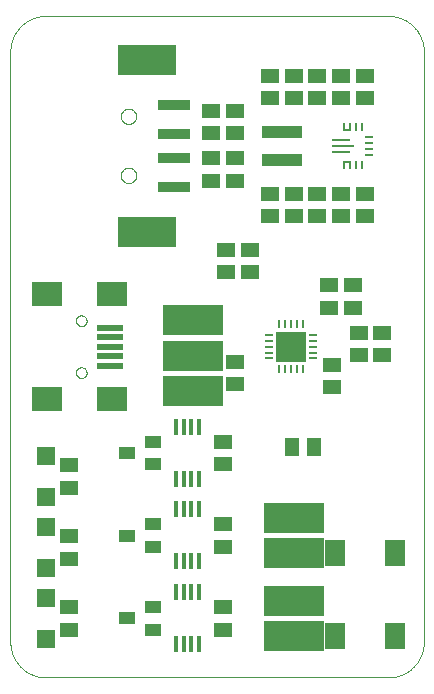
<source format=gtp>
G04 EAGLE Gerber RS-274X export*
G75*
%MOMM*%
%FSLAX35Y35*%
%LPD*%
%INsolder_paste_top*%
%IPPOS*%
%AMOC8*
5,1,8,0,0,1.08239X$1,22.5*%
G01*
%ADD10C,0.010000*%
%ADD11R,1.500000X1.300000*%
%ADD12R,1.300000X1.500000*%
%ADD13R,1.800000X2.200000*%
%ADD14R,0.450000X1.450000*%
%ADD15R,0.800000X0.275000*%
%ADD16R,0.275000X0.800000*%
%ADD17R,2.500000X2.500000*%
%ADD18R,0.800000X0.250000*%
%ADD19R,0.250000X0.800000*%
%ADD20R,1.900000X0.250000*%
%ADD21R,1.550000X0.250000*%
%ADD22R,0.600000X0.250000*%
%ADD23R,3.400000X1.000000*%
%ADD24R,1.500000X1.500000*%
%ADD25R,5.080000X2.540000*%
%ADD26R,1.400000X1.000000*%
%ADD27R,2.250000X0.500000*%
%ADD28R,2.500000X2.000000*%
%ADD29C,0.000000*%
%ADD30R,2.800000X0.900000*%
%ADD31R,5.000000X2.500000*%


D10*
X-2300000Y17800000D02*
X-2300000Y12800000D01*
X-2300088Y12792751D01*
X-2300350Y12785506D01*
X-2300788Y12778270D01*
X-2301401Y12771046D01*
X-2302187Y12763839D01*
X-2303148Y12756653D01*
X-2304282Y12749493D01*
X-2305589Y12742362D01*
X-2307068Y12735265D01*
X-2308717Y12728205D01*
X-2310537Y12721188D01*
X-2312526Y12714216D01*
X-2314683Y12707295D01*
X-2317006Y12700428D01*
X-2319495Y12693619D01*
X-2322148Y12686872D01*
X-2324962Y12680191D01*
X-2327938Y12673580D01*
X-2331072Y12667043D01*
X-2334363Y12660583D01*
X-2337810Y12654205D01*
X-2341409Y12647912D01*
X-2345160Y12641708D01*
X-2349059Y12635596D01*
X-2353105Y12629581D01*
X-2357295Y12623664D01*
X-2361627Y12617851D01*
X-2366098Y12612144D01*
X-2370705Y12606547D01*
X-2375447Y12601063D01*
X-2380319Y12595695D01*
X-2385320Y12590447D01*
X-2390447Y12585320D01*
X-2395695Y12580319D01*
X-2401063Y12575447D01*
X-2406547Y12570705D01*
X-2412144Y12566098D01*
X-2417851Y12561627D01*
X-2423664Y12557295D01*
X-2429581Y12553105D01*
X-2435596Y12549059D01*
X-2441708Y12545160D01*
X-2447912Y12541409D01*
X-2454205Y12537810D01*
X-2460583Y12534363D01*
X-2467043Y12531072D01*
X-2473580Y12527938D01*
X-2480191Y12524962D01*
X-2486872Y12522148D01*
X-2493619Y12519495D01*
X-2500428Y12517006D01*
X-2507295Y12514683D01*
X-2514216Y12512526D01*
X-2521188Y12510537D01*
X-2528205Y12508717D01*
X-2535265Y12507068D01*
X-2542362Y12505589D01*
X-2549493Y12504282D01*
X-2556653Y12503148D01*
X-2563839Y12502187D01*
X-2571046Y12501401D01*
X-2578270Y12500788D01*
X-2585506Y12500350D01*
X-2592751Y12500088D01*
X-2600000Y12500000D01*
X-5500000Y12500000D01*
X-5507249Y12500088D01*
X-5514494Y12500350D01*
X-5521730Y12500788D01*
X-5528954Y12501401D01*
X-5536161Y12502187D01*
X-5543347Y12503148D01*
X-5550507Y12504282D01*
X-5557638Y12505589D01*
X-5564735Y12507068D01*
X-5571795Y12508717D01*
X-5578812Y12510537D01*
X-5585784Y12512526D01*
X-5592705Y12514683D01*
X-5599572Y12517006D01*
X-5606381Y12519495D01*
X-5613128Y12522148D01*
X-5619809Y12524962D01*
X-5626420Y12527938D01*
X-5632957Y12531072D01*
X-5639417Y12534363D01*
X-5645795Y12537810D01*
X-5652088Y12541409D01*
X-5658292Y12545160D01*
X-5664404Y12549059D01*
X-5670419Y12553105D01*
X-5676336Y12557295D01*
X-5682149Y12561627D01*
X-5687856Y12566098D01*
X-5693453Y12570705D01*
X-5698937Y12575447D01*
X-5704305Y12580319D01*
X-5709553Y12585320D01*
X-5714680Y12590447D01*
X-5719681Y12595695D01*
X-5724553Y12601063D01*
X-5729295Y12606547D01*
X-5733902Y12612144D01*
X-5738373Y12617851D01*
X-5742705Y12623664D01*
X-5746895Y12629581D01*
X-5750941Y12635596D01*
X-5754840Y12641708D01*
X-5758591Y12647912D01*
X-5762190Y12654205D01*
X-5765637Y12660583D01*
X-5768928Y12667043D01*
X-5772062Y12673580D01*
X-5775038Y12680191D01*
X-5777852Y12686872D01*
X-5780505Y12693619D01*
X-5782994Y12700428D01*
X-5785317Y12707295D01*
X-5787474Y12714216D01*
X-5789463Y12721188D01*
X-5791283Y12728205D01*
X-5792932Y12735265D01*
X-5794411Y12742362D01*
X-5795718Y12749493D01*
X-5796852Y12756653D01*
X-5797813Y12763839D01*
X-5798599Y12771046D01*
X-5799212Y12778270D01*
X-5799650Y12785506D01*
X-5799912Y12792751D01*
X-5800000Y12800000D01*
X-5800000Y17800000D01*
X-5799912Y17807249D01*
X-5799650Y17814494D01*
X-5799212Y17821730D01*
X-5798599Y17828954D01*
X-5797813Y17836161D01*
X-5796852Y17843347D01*
X-5795718Y17850507D01*
X-5794411Y17857638D01*
X-5792932Y17864735D01*
X-5791283Y17871795D01*
X-5789463Y17878812D01*
X-5787474Y17885784D01*
X-5785317Y17892705D01*
X-5782994Y17899572D01*
X-5780505Y17906381D01*
X-5777852Y17913128D01*
X-5775038Y17919809D01*
X-5772062Y17926420D01*
X-5768928Y17932957D01*
X-5765637Y17939417D01*
X-5762190Y17945795D01*
X-5758591Y17952088D01*
X-5754840Y17958292D01*
X-5750941Y17964404D01*
X-5746895Y17970419D01*
X-5742705Y17976336D01*
X-5738373Y17982149D01*
X-5733902Y17987856D01*
X-5729295Y17993453D01*
X-5724553Y17998937D01*
X-5719681Y18004305D01*
X-5714680Y18009553D01*
X-5709553Y18014680D01*
X-5704305Y18019681D01*
X-5698937Y18024553D01*
X-5693453Y18029295D01*
X-5687856Y18033902D01*
X-5682149Y18038373D01*
X-5676336Y18042705D01*
X-5670419Y18046895D01*
X-5664404Y18050941D01*
X-5658292Y18054840D01*
X-5652088Y18058591D01*
X-5645795Y18062190D01*
X-5639417Y18065637D01*
X-5632957Y18068928D01*
X-5626420Y18072062D01*
X-5619809Y18075038D01*
X-5613128Y18077852D01*
X-5606381Y18080505D01*
X-5599572Y18082994D01*
X-5592705Y18085317D01*
X-5585784Y18087474D01*
X-5578812Y18089463D01*
X-5571795Y18091283D01*
X-5564735Y18092932D01*
X-5557638Y18094411D01*
X-5550507Y18095718D01*
X-5543347Y18096852D01*
X-5536161Y18097813D01*
X-5528954Y18098599D01*
X-5521730Y18099212D01*
X-5514494Y18099650D01*
X-5507249Y18099912D01*
X-5500000Y18100000D01*
X-2600000Y18100000D01*
X-2592751Y18099912D01*
X-2585506Y18099650D01*
X-2578270Y18099212D01*
X-2571046Y18098599D01*
X-2563839Y18097813D01*
X-2556653Y18096852D01*
X-2549493Y18095718D01*
X-2542362Y18094411D01*
X-2535265Y18092932D01*
X-2528205Y18091283D01*
X-2521188Y18089463D01*
X-2514216Y18087474D01*
X-2507295Y18085317D01*
X-2500428Y18082994D01*
X-2493619Y18080505D01*
X-2486872Y18077852D01*
X-2480191Y18075038D01*
X-2473580Y18072062D01*
X-2467043Y18068928D01*
X-2460583Y18065637D01*
X-2454205Y18062190D01*
X-2447912Y18058591D01*
X-2441708Y18054840D01*
X-2435596Y18050941D01*
X-2429581Y18046895D01*
X-2423664Y18042705D01*
X-2417851Y18038373D01*
X-2412144Y18033902D01*
X-2406547Y18029295D01*
X-2401063Y18024553D01*
X-2395695Y18019681D01*
X-2390447Y18014680D01*
X-2385320Y18009553D01*
X-2380319Y18004305D01*
X-2375447Y17998937D01*
X-2370705Y17993453D01*
X-2366098Y17987856D01*
X-2361627Y17982149D01*
X-2357295Y17976336D01*
X-2353105Y17970419D01*
X-2349059Y17964404D01*
X-2345160Y17958292D01*
X-2341409Y17952088D01*
X-2337810Y17945795D01*
X-2334363Y17939417D01*
X-2331072Y17932957D01*
X-2327938Y17926420D01*
X-2324962Y17919809D01*
X-2322148Y17913128D01*
X-2319495Y17906381D01*
X-2317006Y17899572D01*
X-2314683Y17892705D01*
X-2312526Y17885784D01*
X-2310537Y17878812D01*
X-2308717Y17871795D01*
X-2307068Y17864735D01*
X-2305589Y17857638D01*
X-2304282Y17850507D01*
X-2303148Y17843347D01*
X-2302187Y17836161D01*
X-2301401Y17828954D01*
X-2300788Y17821730D01*
X-2300350Y17814494D01*
X-2300088Y17807249D01*
X-2300000Y17800000D01*
D11*
X-4000000Y14495000D03*
X-4000000Y14305000D03*
X-4000000Y13795000D03*
X-4000000Y13605000D03*
X-4000000Y13095000D03*
X-4000000Y12905000D03*
X-3900000Y15170000D03*
X-3900000Y14980000D03*
X-3075000Y15145000D03*
X-3075000Y14955000D03*
D12*
X-3420000Y14450000D03*
X-3230000Y14450000D03*
D11*
X-3200000Y16405000D03*
X-3200000Y16595000D03*
X-3400000Y16405000D03*
X-3400000Y16595000D03*
X-3600000Y16405000D03*
X-3600000Y16595000D03*
X-2800000Y16405000D03*
X-2800000Y16595000D03*
X-3600000Y17595000D03*
X-3600000Y17405000D03*
X-3400000Y17595000D03*
X-3400000Y17405000D03*
X-3200000Y17595000D03*
X-3200000Y17405000D03*
X-3000000Y17595000D03*
X-3000000Y17405000D03*
D13*
X-3055000Y12850000D03*
X-2545000Y12850000D03*
D14*
X-4203000Y14623000D03*
X-4268000Y14623000D03*
X-4333000Y14623000D03*
X-4398000Y14623000D03*
X-4203000Y14183000D03*
X-4268000Y14183000D03*
X-4333000Y14183000D03*
X-4398000Y14183000D03*
X-4203000Y13923000D03*
X-4268000Y13923000D03*
X-4333000Y13923000D03*
X-4398000Y13923000D03*
X-4203000Y13483000D03*
X-4268000Y13483000D03*
X-4333000Y13483000D03*
X-4398000Y13483000D03*
X-4203000Y13223000D03*
X-4268000Y13223000D03*
X-4333000Y13223000D03*
X-4398000Y13223000D03*
X-4203000Y12783000D03*
X-4268000Y12783000D03*
X-4333000Y12783000D03*
X-4398000Y12783000D03*
D15*
X-3237040Y15200940D03*
X-3237040Y15249200D03*
X-3237040Y15300000D03*
X-3237040Y15350800D03*
X-3237040Y15399060D03*
D16*
X-3325940Y15487960D03*
X-3374200Y15487960D03*
X-3425000Y15487960D03*
X-3475800Y15487960D03*
X-3524060Y15487960D03*
D15*
X-3612960Y15399060D03*
X-3612960Y15350800D03*
X-3612960Y15300000D03*
X-3612960Y15249200D03*
X-3612960Y15200940D03*
D16*
X-3524060Y15112040D03*
X-3475800Y15112040D03*
X-3425000Y15112040D03*
X-3374200Y15112040D03*
X-3325940Y15112040D03*
D17*
X-3425000Y15300000D03*
D18*
X-2765000Y17025000D03*
X-2765000Y17075000D03*
X-2765000Y16925000D03*
X-2765000Y16975000D03*
D19*
X-2825000Y16840000D03*
X-2875000Y16840000D03*
X-2925000Y16840000D03*
X-2975000Y16840000D03*
X-2825000Y17160000D03*
X-2875000Y17160000D03*
X-2925000Y17160000D03*
X-2975000Y17160000D03*
D20*
X-2981500Y17000000D03*
D21*
X-2999000Y16950000D03*
D22*
X-2950000Y16867500D03*
D21*
X-2999000Y17050000D03*
D22*
X-2950500Y17132500D03*
D23*
X-3500000Y16881500D03*
X-3500000Y17118500D03*
D24*
X-5500000Y13175000D03*
X-5500000Y12825000D03*
X-5500000Y13775000D03*
X-5500000Y13425000D03*
X-5500000Y14375000D03*
X-5500000Y14025000D03*
D25*
X-3400000Y13550000D03*
X-3400000Y13850000D03*
X-3400000Y12850000D03*
X-3400000Y13150000D03*
X-4250000Y15525000D03*
X-4250000Y15225000D03*
X-4250000Y14925000D03*
D26*
X-4810000Y14400000D03*
X-4590000Y14495000D03*
X-4590000Y14305000D03*
X-4810000Y13700000D03*
X-4590000Y13795000D03*
X-4590000Y13605000D03*
X-4810000Y13000000D03*
X-4590000Y13095000D03*
X-4590000Y12905000D03*
D11*
X-4100000Y17105000D03*
X-4100000Y17295000D03*
X-3900000Y17295000D03*
X-3900000Y17105000D03*
X-3900000Y16895000D03*
X-3900000Y16705000D03*
X-4100000Y16705000D03*
X-4100000Y16895000D03*
X-5300000Y13095000D03*
X-5300000Y12905000D03*
X-5300000Y13695000D03*
X-5300000Y13505000D03*
X-5300000Y14295000D03*
X-5300000Y14105000D03*
X-2850000Y15230000D03*
X-2850000Y15420000D03*
X-2650000Y15420000D03*
X-2650000Y15230000D03*
X-3100000Y15630000D03*
X-3100000Y15820000D03*
X-3975000Y15930000D03*
X-3975000Y16120000D03*
X-3775000Y15930000D03*
X-3775000Y16120000D03*
X-2900000Y15820000D03*
X-2900000Y15630000D03*
X-3000000Y16405000D03*
X-3000000Y16595000D03*
X-2800000Y17595000D03*
X-2800000Y17405000D03*
D27*
X-4954000Y15460000D03*
X-4954000Y15380000D03*
X-4954000Y15300000D03*
X-4954000Y15220000D03*
X-4954000Y15140000D03*
D28*
X-5487000Y14855000D03*
X-5487000Y15745000D03*
X-4942000Y14855000D03*
X-4942000Y15745000D03*
D29*
X-5245000Y15080000D02*
X-5244986Y15081104D01*
X-5244946Y15082208D01*
X-5244878Y15083310D01*
X-5244783Y15084411D01*
X-5244662Y15085508D01*
X-5244513Y15086603D01*
X-5244337Y15087693D01*
X-5244135Y15088779D01*
X-5243907Y15089860D01*
X-5243651Y15090934D01*
X-5243370Y15092002D01*
X-5243062Y15093063D01*
X-5242729Y15094116D01*
X-5242369Y15095160D01*
X-5241985Y15096195D01*
X-5241575Y15097221D01*
X-5241139Y15098236D01*
X-5240680Y15099240D01*
X-5240195Y15100233D01*
X-5239686Y15101213D01*
X-5239154Y15102180D01*
X-5238598Y15103135D01*
X-5238018Y15104075D01*
X-5237416Y15105001D01*
X-5236791Y15105911D01*
X-5236144Y15106806D01*
X-5235476Y15107685D01*
X-5234785Y15108548D01*
X-5234074Y15109393D01*
X-5233343Y15110220D01*
X-5232591Y15111029D01*
X-5231820Y15111820D01*
X-5231029Y15112591D01*
X-5230220Y15113343D01*
X-5229393Y15114074D01*
X-5228548Y15114785D01*
X-5227685Y15115476D01*
X-5226806Y15116144D01*
X-5225911Y15116791D01*
X-5225001Y15117416D01*
X-5224075Y15118018D01*
X-5223135Y15118598D01*
X-5222180Y15119154D01*
X-5221213Y15119686D01*
X-5220233Y15120195D01*
X-5219240Y15120680D01*
X-5218236Y15121139D01*
X-5217221Y15121575D01*
X-5216195Y15121985D01*
X-5215160Y15122369D01*
X-5214116Y15122729D01*
X-5213063Y15123062D01*
X-5212002Y15123370D01*
X-5210934Y15123651D01*
X-5209860Y15123907D01*
X-5208779Y15124135D01*
X-5207693Y15124337D01*
X-5206603Y15124513D01*
X-5205508Y15124662D01*
X-5204411Y15124783D01*
X-5203310Y15124878D01*
X-5202208Y15124946D01*
X-5201104Y15124986D01*
X-5200000Y15125000D01*
X-5198896Y15124986D01*
X-5197792Y15124946D01*
X-5196690Y15124878D01*
X-5195589Y15124783D01*
X-5194492Y15124662D01*
X-5193397Y15124513D01*
X-5192307Y15124337D01*
X-5191221Y15124135D01*
X-5190140Y15123907D01*
X-5189066Y15123651D01*
X-5187998Y15123370D01*
X-5186937Y15123062D01*
X-5185884Y15122729D01*
X-5184840Y15122369D01*
X-5183805Y15121985D01*
X-5182779Y15121575D01*
X-5181764Y15121139D01*
X-5180760Y15120680D01*
X-5179767Y15120195D01*
X-5178787Y15119686D01*
X-5177820Y15119154D01*
X-5176865Y15118598D01*
X-5175925Y15118018D01*
X-5174999Y15117416D01*
X-5174089Y15116791D01*
X-5173194Y15116144D01*
X-5172315Y15115476D01*
X-5171452Y15114785D01*
X-5170607Y15114074D01*
X-5169780Y15113343D01*
X-5168971Y15112591D01*
X-5168180Y15111820D01*
X-5167409Y15111029D01*
X-5166657Y15110220D01*
X-5165926Y15109393D01*
X-5165215Y15108548D01*
X-5164524Y15107685D01*
X-5163856Y15106806D01*
X-5163209Y15105911D01*
X-5162584Y15105001D01*
X-5161982Y15104075D01*
X-5161402Y15103135D01*
X-5160846Y15102180D01*
X-5160314Y15101213D01*
X-5159805Y15100233D01*
X-5159320Y15099240D01*
X-5158861Y15098236D01*
X-5158425Y15097221D01*
X-5158015Y15096195D01*
X-5157631Y15095160D01*
X-5157271Y15094116D01*
X-5156938Y15093063D01*
X-5156630Y15092002D01*
X-5156349Y15090934D01*
X-5156093Y15089860D01*
X-5155865Y15088779D01*
X-5155663Y15087693D01*
X-5155487Y15086603D01*
X-5155338Y15085508D01*
X-5155217Y15084411D01*
X-5155122Y15083310D01*
X-5155054Y15082208D01*
X-5155014Y15081104D01*
X-5155000Y15080000D01*
X-5155014Y15078896D01*
X-5155054Y15077792D01*
X-5155122Y15076690D01*
X-5155217Y15075589D01*
X-5155338Y15074492D01*
X-5155487Y15073397D01*
X-5155663Y15072307D01*
X-5155865Y15071221D01*
X-5156093Y15070140D01*
X-5156349Y15069066D01*
X-5156630Y15067998D01*
X-5156938Y15066937D01*
X-5157271Y15065884D01*
X-5157631Y15064840D01*
X-5158015Y15063805D01*
X-5158425Y15062779D01*
X-5158861Y15061764D01*
X-5159320Y15060760D01*
X-5159805Y15059767D01*
X-5160314Y15058787D01*
X-5160846Y15057820D01*
X-5161402Y15056865D01*
X-5161982Y15055925D01*
X-5162584Y15054999D01*
X-5163209Y15054089D01*
X-5163856Y15053194D01*
X-5164524Y15052315D01*
X-5165215Y15051452D01*
X-5165926Y15050607D01*
X-5166657Y15049780D01*
X-5167409Y15048971D01*
X-5168180Y15048180D01*
X-5168971Y15047409D01*
X-5169780Y15046657D01*
X-5170607Y15045926D01*
X-5171452Y15045215D01*
X-5172315Y15044524D01*
X-5173194Y15043856D01*
X-5174089Y15043209D01*
X-5174999Y15042584D01*
X-5175925Y15041982D01*
X-5176865Y15041402D01*
X-5177820Y15040846D01*
X-5178787Y15040314D01*
X-5179767Y15039805D01*
X-5180760Y15039320D01*
X-5181764Y15038861D01*
X-5182779Y15038425D01*
X-5183805Y15038015D01*
X-5184840Y15037631D01*
X-5185884Y15037271D01*
X-5186937Y15036938D01*
X-5187998Y15036630D01*
X-5189066Y15036349D01*
X-5190140Y15036093D01*
X-5191221Y15035865D01*
X-5192307Y15035663D01*
X-5193397Y15035487D01*
X-5194492Y15035338D01*
X-5195589Y15035217D01*
X-5196690Y15035122D01*
X-5197792Y15035054D01*
X-5198896Y15035014D01*
X-5200000Y15035000D01*
X-5201104Y15035014D01*
X-5202208Y15035054D01*
X-5203310Y15035122D01*
X-5204411Y15035217D01*
X-5205508Y15035338D01*
X-5206603Y15035487D01*
X-5207693Y15035663D01*
X-5208779Y15035865D01*
X-5209860Y15036093D01*
X-5210934Y15036349D01*
X-5212002Y15036630D01*
X-5213063Y15036938D01*
X-5214116Y15037271D01*
X-5215160Y15037631D01*
X-5216195Y15038015D01*
X-5217221Y15038425D01*
X-5218236Y15038861D01*
X-5219240Y15039320D01*
X-5220233Y15039805D01*
X-5221213Y15040314D01*
X-5222180Y15040846D01*
X-5223135Y15041402D01*
X-5224075Y15041982D01*
X-5225001Y15042584D01*
X-5225911Y15043209D01*
X-5226806Y15043856D01*
X-5227685Y15044524D01*
X-5228548Y15045215D01*
X-5229393Y15045926D01*
X-5230220Y15046657D01*
X-5231029Y15047409D01*
X-5231820Y15048180D01*
X-5232591Y15048971D01*
X-5233343Y15049780D01*
X-5234074Y15050607D01*
X-5234785Y15051452D01*
X-5235476Y15052315D01*
X-5236144Y15053194D01*
X-5236791Y15054089D01*
X-5237416Y15054999D01*
X-5238018Y15055925D01*
X-5238598Y15056865D01*
X-5239154Y15057820D01*
X-5239686Y15058787D01*
X-5240195Y15059767D01*
X-5240680Y15060760D01*
X-5241139Y15061764D01*
X-5241575Y15062779D01*
X-5241985Y15063805D01*
X-5242369Y15064840D01*
X-5242729Y15065884D01*
X-5243062Y15066937D01*
X-5243370Y15067998D01*
X-5243651Y15069066D01*
X-5243907Y15070140D01*
X-5244135Y15071221D01*
X-5244337Y15072307D01*
X-5244513Y15073397D01*
X-5244662Y15074492D01*
X-5244783Y15075589D01*
X-5244878Y15076690D01*
X-5244946Y15077792D01*
X-5244986Y15078896D01*
X-5245000Y15080000D01*
X-5245000Y15520000D02*
X-5244986Y15521104D01*
X-5244946Y15522208D01*
X-5244878Y15523310D01*
X-5244783Y15524411D01*
X-5244662Y15525508D01*
X-5244513Y15526603D01*
X-5244337Y15527693D01*
X-5244135Y15528779D01*
X-5243907Y15529860D01*
X-5243651Y15530934D01*
X-5243370Y15532002D01*
X-5243062Y15533063D01*
X-5242729Y15534116D01*
X-5242369Y15535160D01*
X-5241985Y15536195D01*
X-5241575Y15537221D01*
X-5241139Y15538236D01*
X-5240680Y15539240D01*
X-5240195Y15540233D01*
X-5239686Y15541213D01*
X-5239154Y15542180D01*
X-5238598Y15543135D01*
X-5238018Y15544075D01*
X-5237416Y15545001D01*
X-5236791Y15545911D01*
X-5236144Y15546806D01*
X-5235476Y15547685D01*
X-5234785Y15548548D01*
X-5234074Y15549393D01*
X-5233343Y15550220D01*
X-5232591Y15551029D01*
X-5231820Y15551820D01*
X-5231029Y15552591D01*
X-5230220Y15553343D01*
X-5229393Y15554074D01*
X-5228548Y15554785D01*
X-5227685Y15555476D01*
X-5226806Y15556144D01*
X-5225911Y15556791D01*
X-5225001Y15557416D01*
X-5224075Y15558018D01*
X-5223135Y15558598D01*
X-5222180Y15559154D01*
X-5221213Y15559686D01*
X-5220233Y15560195D01*
X-5219240Y15560680D01*
X-5218236Y15561139D01*
X-5217221Y15561575D01*
X-5216195Y15561985D01*
X-5215160Y15562369D01*
X-5214116Y15562729D01*
X-5213063Y15563062D01*
X-5212002Y15563370D01*
X-5210934Y15563651D01*
X-5209860Y15563907D01*
X-5208779Y15564135D01*
X-5207693Y15564337D01*
X-5206603Y15564513D01*
X-5205508Y15564662D01*
X-5204411Y15564783D01*
X-5203310Y15564878D01*
X-5202208Y15564946D01*
X-5201104Y15564986D01*
X-5200000Y15565000D01*
X-5198896Y15564986D01*
X-5197792Y15564946D01*
X-5196690Y15564878D01*
X-5195589Y15564783D01*
X-5194492Y15564662D01*
X-5193397Y15564513D01*
X-5192307Y15564337D01*
X-5191221Y15564135D01*
X-5190140Y15563907D01*
X-5189066Y15563651D01*
X-5187998Y15563370D01*
X-5186937Y15563062D01*
X-5185884Y15562729D01*
X-5184840Y15562369D01*
X-5183805Y15561985D01*
X-5182779Y15561575D01*
X-5181764Y15561139D01*
X-5180760Y15560680D01*
X-5179767Y15560195D01*
X-5178787Y15559686D01*
X-5177820Y15559154D01*
X-5176865Y15558598D01*
X-5175925Y15558018D01*
X-5174999Y15557416D01*
X-5174089Y15556791D01*
X-5173194Y15556144D01*
X-5172315Y15555476D01*
X-5171452Y15554785D01*
X-5170607Y15554074D01*
X-5169780Y15553343D01*
X-5168971Y15552591D01*
X-5168180Y15551820D01*
X-5167409Y15551029D01*
X-5166657Y15550220D01*
X-5165926Y15549393D01*
X-5165215Y15548548D01*
X-5164524Y15547685D01*
X-5163856Y15546806D01*
X-5163209Y15545911D01*
X-5162584Y15545001D01*
X-5161982Y15544075D01*
X-5161402Y15543135D01*
X-5160846Y15542180D01*
X-5160314Y15541213D01*
X-5159805Y15540233D01*
X-5159320Y15539240D01*
X-5158861Y15538236D01*
X-5158425Y15537221D01*
X-5158015Y15536195D01*
X-5157631Y15535160D01*
X-5157271Y15534116D01*
X-5156938Y15533063D01*
X-5156630Y15532002D01*
X-5156349Y15530934D01*
X-5156093Y15529860D01*
X-5155865Y15528779D01*
X-5155663Y15527693D01*
X-5155487Y15526603D01*
X-5155338Y15525508D01*
X-5155217Y15524411D01*
X-5155122Y15523310D01*
X-5155054Y15522208D01*
X-5155014Y15521104D01*
X-5155000Y15520000D01*
X-5155014Y15518896D01*
X-5155054Y15517792D01*
X-5155122Y15516690D01*
X-5155217Y15515589D01*
X-5155338Y15514492D01*
X-5155487Y15513397D01*
X-5155663Y15512307D01*
X-5155865Y15511221D01*
X-5156093Y15510140D01*
X-5156349Y15509066D01*
X-5156630Y15507998D01*
X-5156938Y15506937D01*
X-5157271Y15505884D01*
X-5157631Y15504840D01*
X-5158015Y15503805D01*
X-5158425Y15502779D01*
X-5158861Y15501764D01*
X-5159320Y15500760D01*
X-5159805Y15499767D01*
X-5160314Y15498787D01*
X-5160846Y15497820D01*
X-5161402Y15496865D01*
X-5161982Y15495925D01*
X-5162584Y15494999D01*
X-5163209Y15494089D01*
X-5163856Y15493194D01*
X-5164524Y15492315D01*
X-5165215Y15491452D01*
X-5165926Y15490607D01*
X-5166657Y15489780D01*
X-5167409Y15488971D01*
X-5168180Y15488180D01*
X-5168971Y15487409D01*
X-5169780Y15486657D01*
X-5170607Y15485926D01*
X-5171452Y15485215D01*
X-5172315Y15484524D01*
X-5173194Y15483856D01*
X-5174089Y15483209D01*
X-5174999Y15482584D01*
X-5175925Y15481982D01*
X-5176865Y15481402D01*
X-5177820Y15480846D01*
X-5178787Y15480314D01*
X-5179767Y15479805D01*
X-5180760Y15479320D01*
X-5181764Y15478861D01*
X-5182779Y15478425D01*
X-5183805Y15478015D01*
X-5184840Y15477631D01*
X-5185884Y15477271D01*
X-5186937Y15476938D01*
X-5187998Y15476630D01*
X-5189066Y15476349D01*
X-5190140Y15476093D01*
X-5191221Y15475865D01*
X-5192307Y15475663D01*
X-5193397Y15475487D01*
X-5194492Y15475338D01*
X-5195589Y15475217D01*
X-5196690Y15475122D01*
X-5197792Y15475054D01*
X-5198896Y15475014D01*
X-5200000Y15475000D01*
X-5201104Y15475014D01*
X-5202208Y15475054D01*
X-5203310Y15475122D01*
X-5204411Y15475217D01*
X-5205508Y15475338D01*
X-5206603Y15475487D01*
X-5207693Y15475663D01*
X-5208779Y15475865D01*
X-5209860Y15476093D01*
X-5210934Y15476349D01*
X-5212002Y15476630D01*
X-5213063Y15476938D01*
X-5214116Y15477271D01*
X-5215160Y15477631D01*
X-5216195Y15478015D01*
X-5217221Y15478425D01*
X-5218236Y15478861D01*
X-5219240Y15479320D01*
X-5220233Y15479805D01*
X-5221213Y15480314D01*
X-5222180Y15480846D01*
X-5223135Y15481402D01*
X-5224075Y15481982D01*
X-5225001Y15482584D01*
X-5225911Y15483209D01*
X-5226806Y15483856D01*
X-5227685Y15484524D01*
X-5228548Y15485215D01*
X-5229393Y15485926D01*
X-5230220Y15486657D01*
X-5231029Y15487409D01*
X-5231820Y15488180D01*
X-5232591Y15488971D01*
X-5233343Y15489780D01*
X-5234074Y15490607D01*
X-5234785Y15491452D01*
X-5235476Y15492315D01*
X-5236144Y15493194D01*
X-5236791Y15494089D01*
X-5237416Y15494999D01*
X-5238018Y15495925D01*
X-5238598Y15496865D01*
X-5239154Y15497820D01*
X-5239686Y15498787D01*
X-5240195Y15499767D01*
X-5240680Y15500760D01*
X-5241139Y15501764D01*
X-5241575Y15502779D01*
X-5241985Y15503805D01*
X-5242369Y15504840D01*
X-5242729Y15505884D01*
X-5243062Y15506937D01*
X-5243370Y15507998D01*
X-5243651Y15509066D01*
X-5243907Y15510140D01*
X-5244135Y15511221D01*
X-5244337Y15512307D01*
X-5244513Y15513397D01*
X-5244662Y15514492D01*
X-5244783Y15515589D01*
X-5244878Y15516690D01*
X-5244946Y15517792D01*
X-5244986Y15518896D01*
X-5245000Y15520000D01*
X-4865000Y17250000D02*
X-4864980Y17251595D01*
X-4864922Y17253189D01*
X-4864824Y17254782D01*
X-4864687Y17256371D01*
X-4864511Y17257957D01*
X-4864296Y17259537D01*
X-4864043Y17261113D01*
X-4863751Y17262681D01*
X-4863421Y17264242D01*
X-4863052Y17265794D01*
X-4862645Y17267336D01*
X-4862201Y17268869D01*
X-4861719Y17270389D01*
X-4861200Y17271898D01*
X-4860645Y17273393D01*
X-4860052Y17274874D01*
X-4859424Y17276341D01*
X-4858759Y17277791D01*
X-4858060Y17279225D01*
X-4857325Y17280641D01*
X-4856556Y17282038D01*
X-4855752Y17283417D01*
X-4854915Y17284775D01*
X-4854046Y17286112D01*
X-4853143Y17287428D01*
X-4852208Y17288720D01*
X-4851243Y17289990D01*
X-4850246Y17291236D01*
X-4849219Y17292456D01*
X-4848162Y17293651D01*
X-4847076Y17294820D01*
X-4845962Y17295962D01*
X-4844820Y17297076D01*
X-4843651Y17298162D01*
X-4842456Y17299219D01*
X-4841236Y17300246D01*
X-4839990Y17301243D01*
X-4838720Y17302208D01*
X-4837428Y17303143D01*
X-4836112Y17304046D01*
X-4834775Y17304915D01*
X-4833417Y17305752D01*
X-4832038Y17306556D01*
X-4830641Y17307325D01*
X-4829225Y17308060D01*
X-4827791Y17308759D01*
X-4826341Y17309424D01*
X-4824874Y17310052D01*
X-4823393Y17310645D01*
X-4821898Y17311200D01*
X-4820389Y17311719D01*
X-4818869Y17312201D01*
X-4817336Y17312645D01*
X-4815794Y17313052D01*
X-4814242Y17313421D01*
X-4812681Y17313751D01*
X-4811113Y17314043D01*
X-4809537Y17314296D01*
X-4807957Y17314511D01*
X-4806371Y17314687D01*
X-4804782Y17314824D01*
X-4803189Y17314922D01*
X-4801595Y17314980D01*
X-4800000Y17315000D01*
X-4798405Y17314980D01*
X-4796811Y17314922D01*
X-4795218Y17314824D01*
X-4793629Y17314687D01*
X-4792043Y17314511D01*
X-4790463Y17314296D01*
X-4788887Y17314043D01*
X-4787319Y17313751D01*
X-4785758Y17313421D01*
X-4784206Y17313052D01*
X-4782664Y17312645D01*
X-4781131Y17312201D01*
X-4779611Y17311719D01*
X-4778102Y17311200D01*
X-4776607Y17310645D01*
X-4775126Y17310052D01*
X-4773659Y17309424D01*
X-4772209Y17308759D01*
X-4770775Y17308060D01*
X-4769359Y17307325D01*
X-4767962Y17306556D01*
X-4766583Y17305752D01*
X-4765225Y17304915D01*
X-4763888Y17304046D01*
X-4762572Y17303143D01*
X-4761280Y17302208D01*
X-4760010Y17301243D01*
X-4758764Y17300246D01*
X-4757544Y17299219D01*
X-4756349Y17298162D01*
X-4755180Y17297076D01*
X-4754038Y17295962D01*
X-4752924Y17294820D01*
X-4751838Y17293651D01*
X-4750781Y17292456D01*
X-4749754Y17291236D01*
X-4748757Y17289990D01*
X-4747792Y17288720D01*
X-4746857Y17287428D01*
X-4745954Y17286112D01*
X-4745085Y17284775D01*
X-4744248Y17283417D01*
X-4743444Y17282038D01*
X-4742675Y17280641D01*
X-4741940Y17279225D01*
X-4741241Y17277791D01*
X-4740576Y17276341D01*
X-4739948Y17274874D01*
X-4739355Y17273393D01*
X-4738800Y17271898D01*
X-4738281Y17270389D01*
X-4737799Y17268869D01*
X-4737355Y17267336D01*
X-4736948Y17265794D01*
X-4736579Y17264242D01*
X-4736249Y17262681D01*
X-4735957Y17261113D01*
X-4735704Y17259537D01*
X-4735489Y17257957D01*
X-4735313Y17256371D01*
X-4735176Y17254782D01*
X-4735078Y17253189D01*
X-4735020Y17251595D01*
X-4735000Y17250000D01*
X-4735020Y17248405D01*
X-4735078Y17246811D01*
X-4735176Y17245218D01*
X-4735313Y17243629D01*
X-4735489Y17242043D01*
X-4735704Y17240463D01*
X-4735957Y17238887D01*
X-4736249Y17237319D01*
X-4736579Y17235758D01*
X-4736948Y17234206D01*
X-4737355Y17232664D01*
X-4737799Y17231131D01*
X-4738281Y17229611D01*
X-4738800Y17228102D01*
X-4739355Y17226607D01*
X-4739948Y17225126D01*
X-4740576Y17223659D01*
X-4741241Y17222209D01*
X-4741940Y17220775D01*
X-4742675Y17219359D01*
X-4743444Y17217962D01*
X-4744248Y17216583D01*
X-4745085Y17215225D01*
X-4745954Y17213888D01*
X-4746857Y17212572D01*
X-4747792Y17211280D01*
X-4748757Y17210010D01*
X-4749754Y17208764D01*
X-4750781Y17207544D01*
X-4751838Y17206349D01*
X-4752924Y17205180D01*
X-4754038Y17204038D01*
X-4755180Y17202924D01*
X-4756349Y17201838D01*
X-4757544Y17200781D01*
X-4758764Y17199754D01*
X-4760010Y17198757D01*
X-4761280Y17197792D01*
X-4762572Y17196857D01*
X-4763888Y17195954D01*
X-4765225Y17195085D01*
X-4766583Y17194248D01*
X-4767962Y17193444D01*
X-4769359Y17192675D01*
X-4770775Y17191940D01*
X-4772209Y17191241D01*
X-4773659Y17190576D01*
X-4775126Y17189948D01*
X-4776607Y17189355D01*
X-4778102Y17188800D01*
X-4779611Y17188281D01*
X-4781131Y17187799D01*
X-4782664Y17187355D01*
X-4784206Y17186948D01*
X-4785758Y17186579D01*
X-4787319Y17186249D01*
X-4788887Y17185957D01*
X-4790463Y17185704D01*
X-4792043Y17185489D01*
X-4793629Y17185313D01*
X-4795218Y17185176D01*
X-4796811Y17185078D01*
X-4798405Y17185020D01*
X-4800000Y17185000D01*
X-4801595Y17185020D01*
X-4803189Y17185078D01*
X-4804782Y17185176D01*
X-4806371Y17185313D01*
X-4807957Y17185489D01*
X-4809537Y17185704D01*
X-4811113Y17185957D01*
X-4812681Y17186249D01*
X-4814242Y17186579D01*
X-4815794Y17186948D01*
X-4817336Y17187355D01*
X-4818869Y17187799D01*
X-4820389Y17188281D01*
X-4821898Y17188800D01*
X-4823393Y17189355D01*
X-4824874Y17189948D01*
X-4826341Y17190576D01*
X-4827791Y17191241D01*
X-4829225Y17191940D01*
X-4830641Y17192675D01*
X-4832038Y17193444D01*
X-4833417Y17194248D01*
X-4834775Y17195085D01*
X-4836112Y17195954D01*
X-4837428Y17196857D01*
X-4838720Y17197792D01*
X-4839990Y17198757D01*
X-4841236Y17199754D01*
X-4842456Y17200781D01*
X-4843651Y17201838D01*
X-4844820Y17202924D01*
X-4845962Y17204038D01*
X-4847076Y17205180D01*
X-4848162Y17206349D01*
X-4849219Y17207544D01*
X-4850246Y17208764D01*
X-4851243Y17210010D01*
X-4852208Y17211280D01*
X-4853143Y17212572D01*
X-4854046Y17213888D01*
X-4854915Y17215225D01*
X-4855752Y17216583D01*
X-4856556Y17217962D01*
X-4857325Y17219359D01*
X-4858060Y17220775D01*
X-4858759Y17222209D01*
X-4859424Y17223659D01*
X-4860052Y17225126D01*
X-4860645Y17226607D01*
X-4861200Y17228102D01*
X-4861719Y17229611D01*
X-4862201Y17231131D01*
X-4862645Y17232664D01*
X-4863052Y17234206D01*
X-4863421Y17235758D01*
X-4863751Y17237319D01*
X-4864043Y17238887D01*
X-4864296Y17240463D01*
X-4864511Y17242043D01*
X-4864687Y17243629D01*
X-4864824Y17245218D01*
X-4864922Y17246811D01*
X-4864980Y17248405D01*
X-4865000Y17250000D01*
X-4865000Y16750000D02*
X-4864980Y16751595D01*
X-4864922Y16753189D01*
X-4864824Y16754782D01*
X-4864687Y16756371D01*
X-4864511Y16757957D01*
X-4864296Y16759537D01*
X-4864043Y16761113D01*
X-4863751Y16762681D01*
X-4863421Y16764242D01*
X-4863052Y16765794D01*
X-4862645Y16767336D01*
X-4862201Y16768869D01*
X-4861719Y16770389D01*
X-4861200Y16771898D01*
X-4860645Y16773393D01*
X-4860052Y16774874D01*
X-4859424Y16776341D01*
X-4858759Y16777791D01*
X-4858060Y16779225D01*
X-4857325Y16780641D01*
X-4856556Y16782038D01*
X-4855752Y16783417D01*
X-4854915Y16784775D01*
X-4854046Y16786112D01*
X-4853143Y16787428D01*
X-4852208Y16788720D01*
X-4851243Y16789990D01*
X-4850246Y16791236D01*
X-4849219Y16792456D01*
X-4848162Y16793651D01*
X-4847076Y16794820D01*
X-4845962Y16795962D01*
X-4844820Y16797076D01*
X-4843651Y16798162D01*
X-4842456Y16799219D01*
X-4841236Y16800246D01*
X-4839990Y16801243D01*
X-4838720Y16802208D01*
X-4837428Y16803143D01*
X-4836112Y16804046D01*
X-4834775Y16804915D01*
X-4833417Y16805752D01*
X-4832038Y16806556D01*
X-4830641Y16807325D01*
X-4829225Y16808060D01*
X-4827791Y16808759D01*
X-4826341Y16809424D01*
X-4824874Y16810052D01*
X-4823393Y16810645D01*
X-4821898Y16811200D01*
X-4820389Y16811719D01*
X-4818869Y16812201D01*
X-4817336Y16812645D01*
X-4815794Y16813052D01*
X-4814242Y16813421D01*
X-4812681Y16813751D01*
X-4811113Y16814043D01*
X-4809537Y16814296D01*
X-4807957Y16814511D01*
X-4806371Y16814687D01*
X-4804782Y16814824D01*
X-4803189Y16814922D01*
X-4801595Y16814980D01*
X-4800000Y16815000D01*
X-4798405Y16814980D01*
X-4796811Y16814922D01*
X-4795218Y16814824D01*
X-4793629Y16814687D01*
X-4792043Y16814511D01*
X-4790463Y16814296D01*
X-4788887Y16814043D01*
X-4787319Y16813751D01*
X-4785758Y16813421D01*
X-4784206Y16813052D01*
X-4782664Y16812645D01*
X-4781131Y16812201D01*
X-4779611Y16811719D01*
X-4778102Y16811200D01*
X-4776607Y16810645D01*
X-4775126Y16810052D01*
X-4773659Y16809424D01*
X-4772209Y16808759D01*
X-4770775Y16808060D01*
X-4769359Y16807325D01*
X-4767962Y16806556D01*
X-4766583Y16805752D01*
X-4765225Y16804915D01*
X-4763888Y16804046D01*
X-4762572Y16803143D01*
X-4761280Y16802208D01*
X-4760010Y16801243D01*
X-4758764Y16800246D01*
X-4757544Y16799219D01*
X-4756349Y16798162D01*
X-4755180Y16797076D01*
X-4754038Y16795962D01*
X-4752924Y16794820D01*
X-4751838Y16793651D01*
X-4750781Y16792456D01*
X-4749754Y16791236D01*
X-4748757Y16789990D01*
X-4747792Y16788720D01*
X-4746857Y16787428D01*
X-4745954Y16786112D01*
X-4745085Y16784775D01*
X-4744248Y16783417D01*
X-4743444Y16782038D01*
X-4742675Y16780641D01*
X-4741940Y16779225D01*
X-4741241Y16777791D01*
X-4740576Y16776341D01*
X-4739948Y16774874D01*
X-4739355Y16773393D01*
X-4738800Y16771898D01*
X-4738281Y16770389D01*
X-4737799Y16768869D01*
X-4737355Y16767336D01*
X-4736948Y16765794D01*
X-4736579Y16764242D01*
X-4736249Y16762681D01*
X-4735957Y16761113D01*
X-4735704Y16759537D01*
X-4735489Y16757957D01*
X-4735313Y16756371D01*
X-4735176Y16754782D01*
X-4735078Y16753189D01*
X-4735020Y16751595D01*
X-4735000Y16750000D01*
X-4735020Y16748405D01*
X-4735078Y16746811D01*
X-4735176Y16745218D01*
X-4735313Y16743629D01*
X-4735489Y16742043D01*
X-4735704Y16740463D01*
X-4735957Y16738887D01*
X-4736249Y16737319D01*
X-4736579Y16735758D01*
X-4736948Y16734206D01*
X-4737355Y16732664D01*
X-4737799Y16731131D01*
X-4738281Y16729611D01*
X-4738800Y16728102D01*
X-4739355Y16726607D01*
X-4739948Y16725126D01*
X-4740576Y16723659D01*
X-4741241Y16722209D01*
X-4741940Y16720775D01*
X-4742675Y16719359D01*
X-4743444Y16717962D01*
X-4744248Y16716583D01*
X-4745085Y16715225D01*
X-4745954Y16713888D01*
X-4746857Y16712572D01*
X-4747792Y16711280D01*
X-4748757Y16710010D01*
X-4749754Y16708764D01*
X-4750781Y16707544D01*
X-4751838Y16706349D01*
X-4752924Y16705180D01*
X-4754038Y16704038D01*
X-4755180Y16702924D01*
X-4756349Y16701838D01*
X-4757544Y16700781D01*
X-4758764Y16699754D01*
X-4760010Y16698757D01*
X-4761280Y16697792D01*
X-4762572Y16696857D01*
X-4763888Y16695954D01*
X-4765225Y16695085D01*
X-4766583Y16694248D01*
X-4767962Y16693444D01*
X-4769359Y16692675D01*
X-4770775Y16691940D01*
X-4772209Y16691241D01*
X-4773659Y16690576D01*
X-4775126Y16689948D01*
X-4776607Y16689355D01*
X-4778102Y16688800D01*
X-4779611Y16688281D01*
X-4781131Y16687799D01*
X-4782664Y16687355D01*
X-4784206Y16686948D01*
X-4785758Y16686579D01*
X-4787319Y16686249D01*
X-4788887Y16685957D01*
X-4790463Y16685704D01*
X-4792043Y16685489D01*
X-4793629Y16685313D01*
X-4795218Y16685176D01*
X-4796811Y16685078D01*
X-4798405Y16685020D01*
X-4800000Y16685000D01*
X-4801595Y16685020D01*
X-4803189Y16685078D01*
X-4804782Y16685176D01*
X-4806371Y16685313D01*
X-4807957Y16685489D01*
X-4809537Y16685704D01*
X-4811113Y16685957D01*
X-4812681Y16686249D01*
X-4814242Y16686579D01*
X-4815794Y16686948D01*
X-4817336Y16687355D01*
X-4818869Y16687799D01*
X-4820389Y16688281D01*
X-4821898Y16688800D01*
X-4823393Y16689355D01*
X-4824874Y16689948D01*
X-4826341Y16690576D01*
X-4827791Y16691241D01*
X-4829225Y16691940D01*
X-4830641Y16692675D01*
X-4832038Y16693444D01*
X-4833417Y16694248D01*
X-4834775Y16695085D01*
X-4836112Y16695954D01*
X-4837428Y16696857D01*
X-4838720Y16697792D01*
X-4839990Y16698757D01*
X-4841236Y16699754D01*
X-4842456Y16700781D01*
X-4843651Y16701838D01*
X-4844820Y16702924D01*
X-4845962Y16704038D01*
X-4847076Y16705180D01*
X-4848162Y16706349D01*
X-4849219Y16707544D01*
X-4850246Y16708764D01*
X-4851243Y16710010D01*
X-4852208Y16711280D01*
X-4853143Y16712572D01*
X-4854046Y16713888D01*
X-4854915Y16715225D01*
X-4855752Y16716583D01*
X-4856556Y16717962D01*
X-4857325Y16719359D01*
X-4858060Y16720775D01*
X-4858759Y16722209D01*
X-4859424Y16723659D01*
X-4860052Y16725126D01*
X-4860645Y16726607D01*
X-4861200Y16728102D01*
X-4861719Y16729611D01*
X-4862201Y16731131D01*
X-4862645Y16732664D01*
X-4863052Y16734206D01*
X-4863421Y16735758D01*
X-4863751Y16737319D01*
X-4864043Y16738887D01*
X-4864296Y16740463D01*
X-4864511Y16742043D01*
X-4864687Y16743629D01*
X-4864824Y16745218D01*
X-4864922Y16746811D01*
X-4864980Y16748405D01*
X-4865000Y16750000D01*
D30*
X-4415000Y16650000D03*
X-4415000Y17100000D03*
X-4415000Y17350000D03*
X-4415000Y16900000D03*
D31*
X-4640000Y17725000D03*
X-4640000Y16275000D03*
D13*
X-3055000Y13550000D03*
X-2545000Y13550000D03*
M02*

</source>
